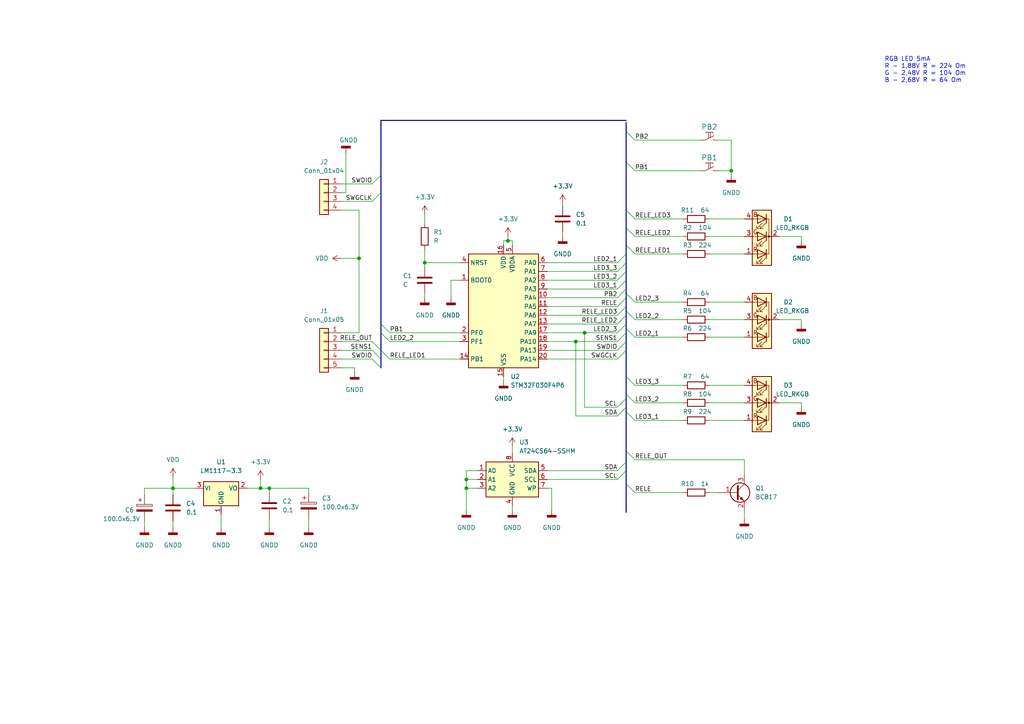
<source format=kicad_sch>
(kicad_sch (version 20211123) (generator eeschema)
  (paper "A4")
  (lib_symbols
    (symbol "Connector_Generic:Conn_01x04" (pin_names (offset 1.016) hide)
      (property "Reference" "J" (at 0 5.08 0))
      (property "Value" "Conn_01x04" (at 0 -7.62 0))
      (symbol "Conn_01x04_1_1"
        (rectangle (start -1.27 -4.953) (end 0 -5.207) (stroke (width 0.1524)))
        (rectangle (start -1.27 -2.413) (end 0 -2.667) (stroke (width 0.1524)))
        (rectangle (start -1.27 0.127) (end 0 -0.127) (stroke (width 0.1524)))
        (rectangle (start -1.27 2.667) (end 0 2.413) (stroke (width 0.1524)))
        (rectangle (start -1.27 3.81) (end 1.27 -6.35) (stroke (width 0.254)) (fill (type background)))
        (pin passive line (at -5.08 2.54 0) (length 3.81) (name "Pin_1") (number "1"))
        (pin passive line (at -5.08 0 0) (length 3.81) (name "Pin_2") (number "2"))
        (pin passive line (at -5.08 -2.54 0) (length 3.81) (name "Pin_3") (number "3"))
        (pin passive line (at -5.08 -5.08 0) (length 3.81) (name "Pin_4") (number "4"))
      )
    )
    (symbol "Connector_Generic:Conn_01x05" (pin_names (offset 1.016) hide)
      (property "Reference" "J" (at 0 7.62 0))
      (property "Value" "Conn_01x05" (at 0 -7.62 0))
      (symbol "Conn_01x05_1_1"
        (rectangle (start -1.27 -4.953) (end 0 -5.207) (stroke (width 0.1524)))
        (rectangle (start -1.27 -2.413) (end 0 -2.667) (stroke (width 0.1524)))
        (rectangle (start -1.27 0.127) (end 0 -0.127) (stroke (width 0.1524)))
        (rectangle (start -1.27 2.667) (end 0 2.413) (stroke (width 0.1524)))
        (rectangle (start -1.27 5.207) (end 0 4.953) (stroke (width 0.1524)))
        (rectangle (start -1.27 6.35) (end 1.27 -6.35) (stroke (width 0.254)) (fill (type background)))
        (pin passive line (at -5.08 5.08 0) (length 3.81) (name "Pin_1") (number "1"))
        (pin passive line (at -5.08 2.54 0) (length 3.81) (name "Pin_2") (number "2"))
        (pin passive line (at -5.08 0 0) (length 3.81) (name "Pin_3") (number "3"))
        (pin passive line (at -5.08 -2.54 0) (length 3.81) (name "Pin_4") (number "4"))
        (pin passive line (at -5.08 -5.08 0) (length 3.81) (name "Pin_5") (number "5"))
      )
    )
    (symbol "Device:C" (pin_numbers hide) (pin_names (offset 0.254))
      (property "Reference" "C" (at 0.635 2.54 0))
      (property "Value" "C" (at 0.635 -2.54 0))
      (symbol "C_0_1"
        (polyline (pts (xy -2.032 -0.762) (xy 2.032 -0.762)) (stroke (width 0.508)))
        (polyline (pts (xy -2.032 0.762) (xy 2.032 0.762)) (stroke (width 0.508)))
      )
      (symbol "C_1_1"
        (pin passive line (at 0 3.81 270) (length 2.794) (name "~") (number "1"))
        (pin passive line (at 0 -3.81 90) (length 2.794) (name "~") (number "2"))
      )
    )
    (symbol "Device:C_Polarized" (pin_numbers hide) (pin_names (offset 0.254))
      (property "Reference" "C" (at 0.635 2.54 0))
      (property "Value" "C_Polarized" (at 0.635 -2.54 0))
      (symbol "C_Polarized_0_1"
        (rectangle (start -2.286 0.508) (end 2.286 1.016))
        (polyline (pts (xy -1.778 2.286) (xy -0.762 2.286)))
        (polyline (pts (xy -1.27 2.794) (xy -1.27 1.778)))
        (rectangle (start 2.286 -0.508) (end -2.286 -1.016) (fill (type outline)))
      )
      (symbol "C_Polarized_1_1"
        (pin passive line (at 0 3.81 270) (length 2.794) (name "~") (number "1"))
        (pin passive line (at 0 -3.81 90) (length 2.794) (name "~") (number "2"))
      )
    )
    (symbol "Device:LED_RKGB" (pin_names (offset 0) hide)
      (property "Reference" "D" (at 0 9.398 0))
      (property "Value" "LED_RKGB" (at 0 -8.89 0))
      (symbol "LED_RKGB_0_0"
        (text "B" (at 1.905 -6.35 0) (effects (font (size 1.27 1.27))))
        (text "G" (at 1.905 -1.27 0) (effects (font (size 1.27 1.27))))
        (text "R" (at 1.905 3.81 0) (effects (font (size 1.27 1.27))))
      )
      (symbol "LED_RKGB_0_1"
        (circle (center -2.032 0) (radius 0.254) (fill (type outline)))
        (polyline (pts (xy -1.27 -5.08) (xy 1.27 -5.08)))
        (polyline (pts (xy -1.27 -3.81) (xy -1.27 -6.35)) (stroke (width 0.254)))
        (polyline (pts (xy -1.27 0) (xy -2.54 0)))
        (polyline (pts (xy -1.27 1.27) (xy -1.27 -1.27)) (stroke (width 0.254)))
        (polyline (pts (xy -1.27 5.08) (xy 1.27 5.08)))
        (polyline (pts (xy -1.27 6.35) (xy -1.27 3.81)) (stroke (width 0.254)))
        (polyline (pts (xy 1.27 -5.08) (xy 2.54 -5.08)))
        (polyline (pts (xy 1.27 0) (xy -1.27 0)))
        (polyline (pts (xy 1.27 0) (xy 2.54 0)))
        (polyline (pts (xy 1.27 5.08) (xy 2.54 5.08)))
        (polyline (pts (xy -1.27 1.27) (xy -1.27 -1.27) (xy -1.27 -1.27)))
        (polyline (pts (xy -1.27 6.35) (xy -1.27 3.81) (xy -1.27 3.81)))
        (polyline (pts (xy -1.27 5.08) (xy -2.032 5.08) (xy -2.032 -5.08) (xy -1.016 -5.08)))
        (polyline (pts (xy 1.27 -3.81) (xy 1.27 -6.35) (xy -1.27 -5.08) (xy 1.27 -3.81)) (stroke (width 0.254)))
        (polyline (pts (xy 1.27 1.27) (xy 1.27 -1.27) (xy -1.27 0) (xy 1.27 1.27)) (stroke (width 0.254)))
        (polyline (pts (xy 1.27 6.35) (xy 1.27 3.81) (xy -1.27 5.08) (xy 1.27 6.35)) (stroke (width 0.254)))
        (polyline (pts (xy -1.016 -3.81) (xy 0.508 -2.286) (xy -0.254 -2.286) (xy 0.508 -2.286) (xy 0.508 -3.048)))
        (polyline (pts (xy -1.016 1.27) (xy 0.508 2.794) (xy -0.254 2.794) (xy 0.508 2.794) (xy 0.508 2.032)))
        (polyline (pts (xy -1.016 6.35) (xy 0.508 7.874) (xy -0.254 7.874) (xy 0.508 7.874) (xy 0.508 7.112)))
        (polyline (pts (xy 0 -3.81) (xy 1.524 -2.286) (xy 0.762 -2.286) (xy 1.524 -2.286) (xy 1.524 -3.048)))
        (polyline (pts (xy 0 1.27) (xy 1.524 2.794) (xy 0.762 2.794) (xy 1.524 2.794) (xy 1.524 2.032)))
        (polyline (pts (xy 0 6.35) (xy 1.524 7.874) (xy 0.762 7.874) (xy 1.524 7.874) (xy 1.524 7.112)))
        (rectangle (start 1.27 -1.27) (end 1.27 1.27))
        (rectangle (start 1.27 1.27) (end 1.27 1.27))
        (rectangle (start 1.27 3.81) (end 1.27 6.35))
        (rectangle (start 1.27 6.35) (end 1.27 6.35))
        (rectangle (start 2.794 8.382) (end -2.794 -7.62) (stroke (width 0.254)) (fill (type background)))
      )
      (symbol "LED_RKGB_1_1"
        (pin passive line (at 5.08 5.08 180) (length 2.54) (name "RA") (number "1"))
        (pin passive line (at -5.08 0 0) (length 2.54) (name "K") (number "2"))
        (pin passive line (at 5.08 0 180) (length 2.54) (name "GA") (number "3"))
        (pin passive line (at 5.08 -5.08 180) (length 2.54) (name "BA") (number "4"))
      )
    )
    (symbol "Device:Q_NPN_BEC" (pin_names (offset 0) hide)
      (property "Reference" "Q" (at 5.08 1.27 0))
      (property "Value" "Q_NPN_BEC" (at 5.08 -1.27 0))
      (symbol "Q_NPN_BEC_0_1"
        (polyline (pts (xy 0.635 0.635) (xy 2.54 2.54)))
        (polyline (pts (xy 0.635 -0.635) (xy 2.54 -2.54) (xy 2.54 -2.54)))
        (polyline (pts (xy 0.635 1.905) (xy 0.635 -1.905) (xy 0.635 -1.905)) (stroke (width 0.508)))
        (polyline (pts (xy 1.27 -1.778) (xy 1.778 -1.27) (xy 2.286 -2.286) (xy 1.27 -1.778) (xy 1.27 -1.778)) (fill (type outline)))
        (circle (center 1.27 0) (radius 2.8194) (stroke (width 0.254)))
      )
      (symbol "Q_NPN_BEC_1_1"
        (pin input line (at -5.08 0 0) (length 5.715) (name "B") (number "1"))
        (pin passive line (at 2.54 -5.08 90) (length 2.54) (name "E") (number "2"))
        (pin passive line (at 2.54 5.08 270) (length 2.54) (name "C") (number "3"))
      )
    )
    (symbol "Device:R" (pin_numbers hide) (pin_names (offset 0))
      (property "Reference" "R" (at 2.032 0 90))
      (property "Value" "R" (at 0 0 90))
      (symbol "R_0_1"
        (rectangle (start -1.016 -2.54) (end 1.016 2.54) (stroke (width 0.254)))
      )
      (symbol "R_1_1"
        (pin passive line (at 0 3.81 270) (length 1.27) (name "~") (number "1"))
        (pin passive line (at 0 -3.81 90) (length 1.27) (name "~") (number "2"))
      )
    )
    (symbol "MCU_ST_STM32F0:STM32F030F4Px"
      (property "Reference" "U" (at -10.16 16.51 0))
      (property "Value" "STM32F030F4Px" (at 5.08 16.51 0))
      (symbol "STM32F030F4Px_0_1"
        (rectangle (start -10.16 -17.78) (end 10.16 15.24) (stroke (width 0.254)) (fill (type background)))
      )
      (symbol "STM32F030F4Px_1_1"
        (pin input line (at -12.7 7.62 0) (length 2.54) (name "BOOT0") (number "1"))
        (pin bidirectional line (at 12.7 2.54 180) (length 2.54) (name "PA4") (number "10"))
        (pin bidirectional line (at 12.7 0 180) (length 2.54) (name "PA5") (number "11"))
        (pin bidirectional line (at 12.7 -2.54 180) (length 2.54) (name "PA6") (number "12"))
        (pin bidirectional line (at 12.7 -5.08 180) (length 2.54) (name "PA7") (number "13"))
        (pin bidirectional line (at -12.7 -15.24 0) (length 2.54) (name "PB1") (number "14"))
        (pin power_in line (at 0 -20.32 90) (length 2.54) (name "VSS") (number "15"))
        (pin power_in line (at 0 17.78 270) (length 2.54) (name "VDD") (number "16"))
        (pin bidirectional line (at 12.7 -7.62 180) (length 2.54) (name "PA9") (number "17"))
        (pin bidirectional line (at 12.7 -10.16 180) (length 2.54) (name "PA10") (number "18"))
        (pin bidirectional line (at 12.7 -12.7 180) (length 2.54) (name "PA13") (number "19"))
        (pin input line (at -12.7 -7.62 0) (length 2.54) (name "PF0") (number "2"))
        (pin bidirectional line (at 12.7 -15.24 180) (length 2.54) (name "PA14") (number "20"))
        (pin input line (at -12.7 -10.16 0) (length 2.54) (name "PF1") (number "3"))
        (pin input line (at -12.7 12.7 0) (length 2.54) (name "NRST") (number "4"))
        (pin power_in line (at 2.54 17.78 270) (length 2.54) (name "VDDA") (number "5"))
        (pin bidirectional line (at 12.7 12.7 180) (length 2.54) (name "PA0") (number "6"))
        (pin bidirectional line (at 12.7 10.16 180) (length 2.54) (name "PA1") (number "7"))
        (pin bidirectional line (at 12.7 7.62 180) (length 2.54) (name "PA2") (number "8"))
        (pin bidirectional line (at 12.7 5.08 180) (length 2.54) (name "PA3") (number "9"))
      )
    )
    (symbol "Memory_EEPROM:AT24CS64-SSHM"
      (property "Reference" "U" (at -7.62 6.35 0))
      (property "Value" "AT24CS64-SSHM" (at 2.54 -6.35 0))
      (symbol "AT24CS64-SSHM_1_1"
        (rectangle (start -7.62 5.08) (end 7.62 -5.08) (stroke (width 0.254)) (fill (type background)))
        (pin input line (at -10.16 2.54 0) (length 2.54) (name "A0") (number "1"))
        (pin input line (at -10.16 0 0) (length 2.54) (name "A1") (number "2"))
        (pin input line (at -10.16 -2.54 0) (length 2.54) (name "A2") (number "3"))
        (pin power_in line (at 0 -7.62 90) (length 2.54) (name "GND") (number "4"))
        (pin bidirectional line (at 10.16 2.54 180) (length 2.54) (name "SDA") (number "5"))
        (pin input line (at 10.16 0 180) (length 2.54) (name "SCL") (number "6"))
        (pin input line (at 10.16 -2.54 180) (length 2.54) (name "WP") (number "7"))
        (pin power_in line (at 0 7.62 270) (length 2.54) (name "VCC") (number "8"))
      )
    )
    (symbol "Regulator_Linear:LM1117-3.3" (pin_names (offset 0.254))
      (property "Reference" "U" (at -3.81 3.175 0))
      (property "Value" "LM1117-3.3" (at 0 3.175 0))
      (symbol "LM1117-3.3_0_1"
        (rectangle (start -5.08 -5.08) (end 5.08 1.905) (stroke (width 0.254)) (fill (type background)))
      )
      (symbol "LM1117-3.3_1_1"
        (pin power_in line (at 0 -7.62 90) (length 2.54) (name "GND") (number "1"))
        (pin power_out line (at 7.62 0 180) (length 2.54) (name "VO") (number "2"))
        (pin power_in line (at -7.62 0 0) (length 2.54) (name "VI") (number "3"))
      )
    )
    (symbol "power:+3.3V" (power) (pin_names (offset 0))
      (property "Value" "+3.3V" (at 0 3.556 0))
      (symbol "+3.3V_0_1"
        (polyline (pts (xy -0.762 1.27) (xy 0 2.54)))
        (polyline (pts (xy 0 0) (xy 0 2.54)))
        (polyline (pts (xy 0 2.54) (xy 0.762 1.27)))
      )
      (symbol "+3.3V_1_1"
        (pin power_in line (at 0 0 90) (length 0) hide (name "+3.3V") (number "1"))
      )
    )
    (symbol "power:GNDD" (power) (pin_names (offset 0))
      (property "Value" "GNDD" (at 0 -3.175 0))
      (symbol "GNDD_0_1"
        (rectangle (start -1.27 -1.524) (end 1.27 -2.032) (stroke (width 0.254)) (fill (type outline)))
        (polyline (pts (xy 0 0) (xy 0 -1.524)))
      )
      (symbol "GNDD_1_1"
        (pin power_in line (at 0 0 270) (length 0) hide (name "GNDD") (number "1"))
      )
    )
    (symbol "power:VDD" (power) (pin_names (offset 0))
      (property "Value" "VDD" (at 0 3.81 0))
      (symbol "VDD_0_1"
        (polyline (pts (xy -0.762 1.27) (xy 0 2.54)))
        (polyline (pts (xy 0 0) (xy 0 2.54)))
        (polyline (pts (xy 0 2.54) (xy 0.762 1.27)))
      )
      (symbol "VDD_1_1"
        (pin power_in line (at 0 0 90) (length 0) hide (name "VDD") (number "1"))
      )
    )
    (symbol "кнопки:кнопка" (pin_numbers hide) (pin_names (offset 1.016) hide)
      (property "Reference" "PB" (at 2.54 3.81 0))
      (property "Value" "кнопка" (at 2.54 -1.27 0))
      (symbol "кнопка_0_1"
        (polyline (pts (xy 1.27 0) (xy 3.81 1.27)))
        (polyline (pts (xy 1.524 2.032) (xy 1.524 2.286)))
        (polyline (pts (xy 1.524 2.286) (xy 3.556 2.286)))
        (polyline (pts (xy 2.286 0.508) (xy 2.286 2.286)))
        (polyline (pts (xy 2.794 0.762) (xy 2.794 2.286)))
        (polyline (pts (xy 3.556 2.032) (xy 3.556 2.286)))
        (polyline (pts (xy 3.81 0) (xy 3.81 0.254)))
      )
      (symbol "кнопка_1_1"
        (pin passive line (at 5.08 0 180) (length 1.27) (name "1") (number "1"))
        (pin passive line (at 0 0 0) (length 1.27) (name "2") (number "2"))
      )
    )
  )
  (junction (at 75.565 141.605))
  (junction (at 50.165 141.605))
  (junction (at 169.545 96.52))
  (junction (at 147.32 69.85))
  (junction (at 123.19 76.2))
  (junction (at 212.09 49.53))
  (junction (at 167.005 99.06))
  (junction (at 135.255 141.605))
  (junction (at 135.255 139.065))
  (junction (at 78.105 141.605))
  (junction (at 104.14 74.93))
  (bus_entry (at 184.15 49.53) (size -2.54 -2.54))
  (bus_entry (at 179.07 118.11) (size 2.54 -2.54))
  (bus_entry (at 184.15 97.79) (size -2.54 -2.54))
  (bus_entry (at 184.15 111.76) (size -2.54 -2.54))
  (bus_entry (at 184.15 63.5) (size -2.54 -2.54))
  (bus_entry (at 179.07 88.9) (size 2.54 -2.54))
  (bus_entry (at 184.15 142.875) (size -2.54 -2.54))
  (bus_entry (at 179.07 96.52) (size 2.54 -2.54))
  (bus_entry (at 107.95 101.6) (size 2.54 2.54))
  (bus_entry (at 184.15 73.66) (size -2.54 -2.54))
  (bus_entry (at 179.07 99.06) (size 2.54 -2.54))
  (bus_entry (at 107.95 99.06) (size 2.54 2.54))
  (bus_entry (at 184.15 121.92) (size -2.54 -2.54))
  (bus_entry (at 107.95 53.34) (size 2.54 -2.54))
  (bus_entry (at 179.07 76.2) (size 2.54 -2.54))
  (bus_entry (at 184.15 87.63) (size -2.54 -2.54))
  (bus_entry (at 107.95 104.14) (size 2.54 2.54))
  (bus_entry (at 179.07 139.065) (size 2.54 -2.54))
  (bus_entry (at 110.49 101.6) (size 2.54 2.54))
  (bus_entry (at 179.07 136.525) (size 2.54 -2.54))
  (bus_entry (at 184.15 116.84) (size -2.54 -2.54))
  (bus_entry (at 179.07 101.6) (size 2.54 -2.54))
  (bus_entry (at 184.15 68.58) (size -2.54 -2.54))
  (bus_entry (at 179.07 86.36) (size 2.54 -2.54))
  (bus_entry (at 107.95 58.42) (size 2.54 -2.54))
  (bus_entry (at 110.49 93.98) (size 2.54 2.54))
  (bus_entry (at 179.07 120.65) (size 2.54 -2.54))
  (bus_entry (at 184.15 133.35) (size -2.54 -2.54))
  (bus_entry (at 179.07 78.74) (size 2.54 -2.54))
  (bus_entry (at 179.07 83.82) (size 2.54 -2.54))
  (bus_entry (at 110.49 96.52) (size 2.54 2.54))
  (bus_entry (at 184.15 92.71) (size -2.54 -2.54))
  (bus_entry (at 184.15 40.64) (size -2.54 -2.54))
  (bus_entry (at 179.07 91.44) (size 2.54 -2.54))
  (bus_entry (at 179.07 104.14) (size 2.54 -2.54))
  (bus_entry (at 179.07 81.28) (size 2.54 -2.54))
  (bus_entry (at 179.07 93.98) (size 2.54 -2.54))
  (wire (pts (xy 104.14 74.93) (xy 104.14 96.52)))
  (bus (pts (xy 181.61 96.52) (xy 181.61 99.06)))
  (bus (pts (xy 181.61 95.25) (xy 181.61 96.52)))
  (wire (pts (xy 148.59 69.85) (xy 148.59 71.12)))
  (wire (pts (xy 212.09 40.64) (xy 212.09 49.53)))
  (bus (pts (xy 181.61 60.96) (xy 181.61 66.04)))
  (bus (pts (xy 181.61 109.22) (xy 181.61 114.3)))
  (wire (pts (xy 184.15 73.66) (xy 198.12 73.66)))
  (wire (pts (xy 158.75 136.525) (xy 179.07 136.525)))
  (bus (pts (xy 110.49 93.98) (xy 110.49 96.52)))
  (wire (pts (xy 198.12 121.92) (xy 184.15 121.92)))
  (wire (pts (xy 198.12 92.71) (xy 184.15 92.71)))
  (wire (pts (xy 148.59 146.685) (xy 148.59 147.955)))
  (wire (pts (xy 123.19 85.09) (xy 123.19 86.36)))
  (wire (pts (xy 130.81 81.28) (xy 133.35 81.28)))
  (wire (pts (xy 169.545 96.52) (xy 169.545 118.11)))
  (wire (pts (xy 99.06 101.6) (xy 107.95 101.6)))
  (wire (pts (xy 64.135 149.225) (xy 64.135 153.035)))
  (wire (pts (xy 169.545 96.52) (xy 179.07 96.52)))
  (bus (pts (xy 181.61 99.06) (xy 181.61 101.6)))
  (wire (pts (xy 50.165 138.43) (xy 50.165 141.605)))
  (wire (pts (xy 135.255 139.065) (xy 135.255 141.605)))
  (bus (pts (xy 181.61 101.6) (xy 181.61 109.22)))
  (wire (pts (xy 158.75 139.065) (xy 179.07 139.065)))
  (bus (pts (xy 181.61 140.335) (xy 181.61 148.59)))
  (wire (pts (xy 75.565 141.605) (xy 75.565 139.065)))
  (wire (pts (xy 205.74 142.875) (xy 208.28 142.875)))
  (wire (pts (xy 99.06 58.42) (xy 107.95 58.42)))
  (bus (pts (xy 181.61 78.74) (xy 181.61 81.28)))
  (wire (pts (xy 89.535 150.495) (xy 89.535 153.035)))
  (bus (pts (xy 181.61 38.1) (xy 181.61 46.99)))
  (wire (pts (xy 215.9 121.92) (xy 205.74 121.92)))
  (wire (pts (xy 212.09 49.53) (xy 212.09 50.8)))
  (wire (pts (xy 123.19 62.23) (xy 123.19 64.77)))
  (bus (pts (xy 181.61 118.11) (xy 181.61 119.38)))
  (wire (pts (xy 99.06 96.52) (xy 104.14 96.52)))
  (wire (pts (xy 113.03 99.06) (xy 133.35 99.06)))
  (wire (pts (xy 158.75 78.74) (xy 179.07 78.74)))
  (wire (pts (xy 232.41 116.84) (xy 232.41 118.11)))
  (bus (pts (xy 181.61 88.9) (xy 181.61 90.17)))
  (bus (pts (xy 181.61 91.44) (xy 181.61 93.98)))
  (wire (pts (xy 113.03 104.14) (xy 133.35 104.14)))
  (wire (pts (xy 160.02 141.605) (xy 160.02 147.955)))
  (wire (pts (xy 158.75 104.14) (xy 179.07 104.14)))
  (bus (pts (xy 181.61 90.17) (xy 181.61 91.44)))
  (bus (pts (xy 181.61 81.28) (xy 181.61 83.82)))
  (wire (pts (xy 102.87 106.68) (xy 102.87 107.95)))
  (wire (pts (xy 198.12 97.79) (xy 184.15 97.79)))
  (wire (pts (xy 205.74 63.5) (xy 215.9 63.5)))
  (wire (pts (xy 78.105 150.495) (xy 78.105 153.035)))
  (bus (pts (xy 181.61 46.99) (xy 181.61 60.96)))
  (wire (pts (xy 104.14 60.96) (xy 104.14 74.93)))
  (wire (pts (xy 41.91 141.605) (xy 50.165 141.605)))
  (wire (pts (xy 99.06 106.68) (xy 102.87 106.68)))
  (wire (pts (xy 146.05 71.12) (xy 146.05 69.85)))
  (wire (pts (xy 226.06 68.58) (xy 232.41 68.58)))
  (wire (pts (xy 215.9 147.955) (xy 215.9 150.495)))
  (wire (pts (xy 123.19 76.2) (xy 123.19 72.39)))
  (wire (pts (xy 158.75 93.98) (xy 179.07 93.98)))
  (wire (pts (xy 89.535 141.605) (xy 89.535 142.875)))
  (wire (pts (xy 99.06 74.93) (xy 104.14 74.93)))
  (wire (pts (xy 163.195 59.055) (xy 163.195 59.69)))
  (wire (pts (xy 146.05 69.85) (xy 147.32 69.85)))
  (wire (pts (xy 226.06 92.71) (xy 232.41 92.71)))
  (wire (pts (xy 167.005 99.06) (xy 167.005 120.65)))
  (wire (pts (xy 169.545 118.11) (xy 179.07 118.11)))
  (wire (pts (xy 113.03 96.52) (xy 133.35 96.52)))
  (wire (pts (xy 158.75 88.9) (xy 179.07 88.9)))
  (bus (pts (xy 181.61 119.38) (xy 181.61 130.81)))
  (wire (pts (xy 135.255 141.605) (xy 135.255 147.955)))
  (wire (pts (xy 205.74 73.66) (xy 215.9 73.66)))
  (wire (pts (xy 167.005 120.65) (xy 179.07 120.65)))
  (bus (pts (xy 181.61 114.3) (xy 181.61 115.57)))
  (bus (pts (xy 110.49 96.52) (xy 110.49 101.6)))
  (bus (pts (xy 181.61 133.985) (xy 181.61 136.525)))
  (bus (pts (xy 110.49 34.925) (xy 110.49 50.8)))
  (bus (pts (xy 110.49 50.8) (xy 110.49 55.88)))
  (wire (pts (xy 147.32 69.85) (xy 148.59 69.85)))
  (wire (pts (xy 99.06 60.96) (xy 104.14 60.96)))
  (wire (pts (xy 205.74 116.84) (xy 215.9 116.84)))
  (wire (pts (xy 158.75 81.28) (xy 179.07 81.28)))
  (bus (pts (xy 181.61 115.57) (xy 181.61 118.11)))
  (bus (pts (xy 181.61 136.525) (xy 181.61 140.335)))
  (bus (pts (xy 181.61 83.82) (xy 181.61 85.09)))
  (wire (pts (xy 130.81 86.36) (xy 130.81 81.28)))
  (wire (pts (xy 163.195 67.31) (xy 163.195 68.58)))
  (wire (pts (xy 146.05 109.22) (xy 146.05 110.49)))
  (bus (pts (xy 181.61 73.66) (xy 181.61 76.2)))
  (wire (pts (xy 215.9 87.63) (xy 205.74 87.63)))
  (wire (pts (xy 41.91 141.605) (xy 41.91 143.51)))
  (wire (pts (xy 184.15 116.84) (xy 198.12 116.84)))
  (wire (pts (xy 158.75 83.82) (xy 179.07 83.82)))
  (wire (pts (xy 147.32 68.58) (xy 147.32 69.85)))
  (wire (pts (xy 158.75 96.52) (xy 169.545 96.52)))
  (wire (pts (xy 215.9 133.35) (xy 215.9 137.795)))
  (wire (pts (xy 215.9 111.76) (xy 205.74 111.76)))
  (bus (pts (xy 181.61 34.925) (xy 110.49 34.925)))
  (wire (pts (xy 184.15 49.53) (xy 203.2 49.53)))
  (wire (pts (xy 50.165 151.13) (xy 50.165 153.035)))
  (wire (pts (xy 232.41 68.58) (xy 232.41 69.85)))
  (bus (pts (xy 181.61 35.56) (xy 181.61 38.1)))
  (bus (pts (xy 181.61 86.36) (xy 181.61 88.9)))
  (wire (pts (xy 135.255 136.525) (xy 135.255 139.065)))
  (wire (pts (xy 100.33 55.88) (xy 100.33 44.45)))
  (wire (pts (xy 198.12 87.63) (xy 184.15 87.63)))
  (wire (pts (xy 78.105 141.605) (xy 78.105 142.875)))
  (wire (pts (xy 198.12 111.76) (xy 184.15 111.76)))
  (wire (pts (xy 158.75 91.44) (xy 179.07 91.44)))
  (bus (pts (xy 181.61 130.81) (xy 181.61 133.985)))
  (bus (pts (xy 181.61 93.98) (xy 181.61 95.25)))
  (wire (pts (xy 198.12 63.5) (xy 184.15 63.5)))
  (wire (pts (xy 41.91 151.13) (xy 41.91 153.035)))
  (bus (pts (xy 110.49 55.88) (xy 110.49 93.98)))
  (wire (pts (xy 208.28 40.64) (xy 212.09 40.64)))
  (wire (pts (xy 184.15 40.64) (xy 203.2 40.64)))
  (wire (pts (xy 158.75 76.2) (xy 179.07 76.2)))
  (wire (pts (xy 167.005 99.06) (xy 179.07 99.06)))
  (wire (pts (xy 208.28 49.53) (xy 212.09 49.53)))
  (wire (pts (xy 198.12 142.875) (xy 184.15 142.875)))
  (wire (pts (xy 99.06 99.06) (xy 107.95 99.06)))
  (bus (pts (xy 110.49 104.14) (xy 110.49 106.68)))
  (bus (pts (xy 181.61 85.09) (xy 181.61 86.36)))
  (wire (pts (xy 99.06 53.34) (xy 107.95 53.34)))
  (wire (pts (xy 123.19 76.2) (xy 123.19 77.47)))
  (wire (pts (xy 78.105 141.605) (xy 89.535 141.605)))
  (bus (pts (xy 110.49 101.6) (xy 110.49 104.14)))
  (bus (pts (xy 181.61 71.12) (xy 181.61 73.66)))
  (wire (pts (xy 135.255 141.605) (xy 138.43 141.605)))
  (wire (pts (xy 158.75 141.605) (xy 160.02 141.605)))
  (bus (pts (xy 181.61 76.2) (xy 181.61 78.74)))
  (wire (pts (xy 158.75 86.36) (xy 179.07 86.36)))
  (wire (pts (xy 232.41 92.71) (xy 232.41 93.98)))
  (wire (pts (xy 226.06 116.84) (xy 232.41 116.84)))
  (wire (pts (xy 205.74 68.58) (xy 215.9 68.58)))
  (wire (pts (xy 99.06 55.88) (xy 100.33 55.88)))
  (bus (pts (xy 181.61 66.04) (xy 181.61 71.12)))
  (wire (pts (xy 135.255 139.065) (xy 138.43 139.065)))
  (wire (pts (xy 75.565 141.605) (xy 78.105 141.605)))
  (wire (pts (xy 158.75 101.6) (xy 179.07 101.6)))
  (wire (pts (xy 215.9 92.71) (xy 205.74 92.71)))
  (wire (pts (xy 148.59 129.54) (xy 148.59 131.445)))
  (wire (pts (xy 184.15 68.58) (xy 198.12 68.58)))
  (wire (pts (xy 99.06 104.14) (xy 107.95 104.14)))
  (wire (pts (xy 133.35 76.2) (xy 123.19 76.2)))
  (wire (pts (xy 158.75 99.06) (xy 167.005 99.06)))
  (wire (pts (xy 50.165 141.605) (xy 50.165 143.51)))
  (wire (pts (xy 215.9 97.79) (xy 205.74 97.79)))
  (wire (pts (xy 184.15 133.35) (xy 215.9 133.35)))
  (wire (pts (xy 50.165 141.605) (xy 56.515 141.605)))
  (wire (pts (xy 138.43 136.525) (xy 135.255 136.525)))
  (wire (pts (xy 71.755 141.605) (xy 75.565 141.605)))
  (text "RGB LED 5mA\nR - 1,88V R = 224 Om\nG - 2,48V R = 104 Om\nB - 2,68V R = 64 Om" (at 256.54 24.13 0) (effects (font (size 1.27 1.27)) (justify left bottom)))
  (label "LED2_1" (at 184.15 97.79 0))
  (label "LED3_2" (at 184.15 116.84 0))
  (label "RELE_OUT" (at 107.95 99.06 180))
  (label "SDA" (at 179.07 136.525 180))
  (label "PB1" (at 113.03 96.52 0))
  (label "LED2_1" (at 179.07 76.2 180))
  (label "LED3_1" (at 179.07 83.82 180))
  (label "RELE_LED2" (at 184.15 68.58 0))
  (label "LED3_3" (at 179.07 78.74 180))
  (label "PB2" (at 179.07 86.36 180))
  (label "LED2_3" (at 184.15 87.63 0))
  (label "SENS1" (at 107.95 101.6 180))
  (label "LED2_2" (at 113.03 99.06 0))
  (label "PB1" (at 184.15 49.53 0))
  (label "RELE" (at 184.15 142.875 0))
  (label "LED3_1" (at 184.15 121.92 0))
  (label "LED3_2" (at 179.07 81.28 180))
  (label "LED2_2" (at 184.15 92.71 0))
  (label "LED3_3" (at 184.15 111.76 0))
  (label "RELE" (at 179.07 88.9 180))
  (label "RELE_LED2" (at 179.07 93.98 180))
  (label "SDA" (at 179.07 120.65 180))
  (label "SWDIO" (at 179.07 101.6 180))
  (label "SWGCLK" (at 179.07 104.14 180))
  (label "RELE_LED1" (at 113.03 104.14 0))
  (label "SCL" (at 179.07 118.11 180))
  (label "RELE_LED1" (at 184.15 73.66 0))
  (label "RELE_LED3" (at 179.07 91.44 180))
  (label "SWDIO" (at 107.95 53.34 180))
  (label "LED2_3" (at 179.07 96.52 180))
  (label "SCL" (at 179.07 139.065 180))
  (label "RELE_OUT" (at 184.15 133.35 0))
  (label "SWDIO" (at 107.95 104.14 180))
  (label "PB2" (at 184.15 40.64 0))
  (label "RELE_LED3" (at 184.15 63.5 0))
  (label "SENS1" (at 179.07 99.06 180))
  (label "SWGCLK" (at 107.95 58.42 180))
  (symbol (lib_id "Device:R") (at 123.19 68.58 0) (unit 1)
    (property "Reference" "R1" (at 125.73 67.3099 0) (effects (justify left)))
    (property "Value" "R" (at 125.73 69.8499 0) (effects (justify left)))
    (property "Footprint" "Resistor_SMD:R_1206_3216Metric" (effects hide))
  )
  (symbol (lib_id "Connector_Generic:Conn_01x05") (at 93.98 101.6 0) (mirror y) (unit 1)
    (property "Reference" "J1" (at 93.98 90.17 0))
    (property "Value" "Conn_01x05" (at 93.98 92.71 0))
    (property "Footprint" "Connector_JST:JST_EH_B5B-EH-A_1x05_P2.50mm_Vertical" (effects hide))
  )
  (symbol (lib_id "Connector_Generic:Conn_01x04") (at 93.98 55.88 0) (mirror y) (unit 1)
    (property "Reference" "J2" (at 93.98 46.99 0))
    (property "Value" "Conn_01x04" (at 93.98 49.53 0))
    (property "Footprint" "Connector_JST:JST_EH_B4B-EH-A_1x04_P2.50mm_Vertical" (effects hide))
  )
  (symbol (lib_id "Device:LED_RKGB") (at 220.98 116.84 180) (unit 1)
    (property "Reference" "D3" (at 228.6 111.76 0))
    (property "Value" "LED_RKGB" (at 229.87 114.3 0))
    (property "Footprint" "LED_THT:LED_D5.0mm-4_RGB_Staggered_Pins" (effects hide))
  )
  (symbol (lib_id "power:GNDD") (at 64.135 153.035 0) (unit 1)
    (property "Reference" "#PWR0106" (effects hide))
    (property "Value" "GNDD" (at 64.135 158.115 0))
  )
  (symbol (lib_id "Device:C") (at 163.195 63.5 0) (unit 1)
    (property "Reference" "C5" (at 167.005 62.2299 0) (effects (justify left)))
    (property "Value" "0.1" (at 167.005 64.7699 0) (effects (justify left)))
    (property "Footprint" "Capacitor_SMD:C_1206_3216Metric" (effects hide))
  )
  (symbol (lib_id "power:VDD") (at 99.06 74.93 90) (unit 1)
    (property "Reference" "#PWR06" (effects hide))
    (property "Value" "VDD" (at 91.44 74.93 90) (effects (justify right)))
  )
  (symbol (lib_id "Regulator_Linear:LM1117-3.3") (at 64.135 141.605 0) (unit 1)
    (property "Reference" "U1" (at 64.135 133.985 0))
    (property "Value" "LM1117-3.3" (at 64.135 136.525 0))
    (property "Footprint" "Package_TO_SOT_SMD:SOT-223" (effects hide))
    (property "Datasheet" "https://www.chipdip.ru/product/lm1117gs-3.3" (effects hide))
    (property "Цена" "21" (effects hide))
  )
  (symbol (lib_id "power:GNDD") (at 232.41 93.98 0) (unit 1)
    (property "Reference" "#PWR08" (effects hide))
    (property "Value" "GNDD" (at 232.41 99.06 0))
  )
  (symbol (lib_id "power:GNDD") (at 41.91 153.035 0) (unit 1)
    (property "Reference" "#PWR013" (effects hide))
    (property "Value" "GNDD" (at 41.91 158.115 0))
  )
  (symbol (lib_id "Device:C") (at 78.105 146.685 0) (unit 1)
    (property "Reference" "C2" (at 81.915 145.4149 0) (effects (justify left)))
    (property "Value" "0.1" (at 81.915 147.9549 0) (effects (justify left)))
    (property "Footprint" "Capacitor_SMD:C_1206_3216Metric" (effects hide))
  )
  (symbol (lib_id "Device:R") (at 201.93 121.92 90) (unit 1)
    (property "Reference" "R9" (at 199.39 119.38 90))
    (property "Value" "224" (at 204.47 119.38 90))
    (property "Footprint" "Resistor_SMD:R_1206_3216Metric" (effects hide))
  )
  (symbol (lib_id "power:+3.3V") (at 163.195 59.055 0) (unit 1)
    (property "Reference" "#PWR011" (effects hide))
    (property "Value" "+3.3V" (at 163.195 53.975 0))
  )
  (symbol (lib_id "Device:LED_RKGB") (at 220.98 68.58 180) (unit 1)
    (property "Reference" "D1" (at 228.6 63.5 0))
    (property "Value" "LED_RKGB" (at 229.87 66.04 0))
    (property "Footprint" "LED_THT:LED_D5.0mm-4_RGB_Staggered_Pins" (effects hide))
  )
  (symbol (lib_id "Device:R") (at 201.93 92.71 90) (unit 1)
    (property "Reference" "R5" (at 199.39 90.17 90))
    (property "Value" "104" (at 204.47 90.17 90))
    (property "Footprint" "Resistor_SMD:R_1206_3216Metric" (effects hide))
  )
  (symbol (lib_id "Device:C_Polarized") (at 89.535 146.685 0) (unit 1)
    (property "Reference" "C3" (at 93.345 144.5259 0) (effects (justify left)))
    (property "Value" "100.0x6.3V" (at 93.345 147.0659 0) (effects (justify left)))
    (property "Footprint" "Capacitor_Tantalum_SMD:CP_EIA-3528-21_Kemet-B_Pad1.50x2.35mm_HandSolder" (effects hide))
  )
  (symbol (lib_id "Device:R") (at 201.93 97.79 90) (unit 1)
    (property "Reference" "R6" (at 199.39 95.25 90))
    (property "Value" "224" (at 204.47 95.25 90))
    (property "Footprint" "Resistor_SMD:R_1206_3216Metric" (effects hide))
  )
  (symbol (lib_id "Device:R") (at 201.93 111.76 90) (unit 1)
    (property "Reference" "R7" (at 199.39 109.22 90))
    (property "Value" "64" (at 204.47 109.22 90))
    (property "Footprint" "Resistor_SMD:R_1206_3216Metric" (effects hide))
  )
  (symbol (lib_id "Device:R") (at 201.93 68.58 90) (unit 1)
    (property "Reference" "R2" (at 199.39 66.04 90))
    (property "Value" "104" (at 204.47 66.04 90))
    (property "Footprint" "Resistor_SMD:R_1206_3216Metric" (effects hide))
  )
  (symbol (lib_id "power:+3.3V") (at 75.565 139.065 0) (unit 1)
    (property "Reference" "#PWR0107" (effects hide))
    (property "Value" "+3.3V" (at 75.565 133.985 0))
  )
  (symbol (lib_id "power:GNDD") (at 100.33 44.45 180) (unit 1)
    (property "Reference" "#PWR03" (effects hide))
    (property "Value" "GNDD" (at 98.425 40.64 0) (effects (justify right)))
  )
  (symbol (lib_id "Device:R") (at 201.93 142.875 90) (unit 1)
    (property "Reference" "R10" (at 199.39 140.335 90))
    (property "Value" "1k" (at 204.47 140.335 90))
    (property "Footprint" "Resistor_SMD:R_1206_3216Metric" (effects hide))
  )
  (symbol (lib_id "power:GNDD") (at 89.535 153.035 0) (unit 1)
    (property "Reference" "#PWR05" (effects hide))
    (property "Value" "GNDD" (at 89.535 158.115 0))
  )
  (symbol (lib_id "power:GNDD") (at 102.87 107.95 0) (mirror y) (unit 1)
    (property "Reference" "#PWR01" (effects hide))
    (property "Value" "GNDD" (at 102.87 113.03 0))
  )
  (symbol (lib_id "power:GNDD") (at 215.9 150.495 0) (unit 1)
    (property "Reference" "#PWR0109" (effects hide))
    (property "Value" "GNDD" (at 215.9 155.575 0))
  )
  (symbol (lib_id "Device:C") (at 50.165 147.32 0) (unit 1)
    (property "Reference" "C4" (at 53.975 146.0499 0) (effects (justify left)))
    (property "Value" "0.1" (at 53.975 148.5899 0) (effects (justify left)))
    (property "Footprint" "Capacitor_SMD:C_1206_3216Metric" (effects hide))
  )
  (symbol (lib_id "power:+3.3V") (at 148.59 129.54 0) (unit 1)
    (property "Reference" "#PWR015" (effects hide))
    (property "Value" "+3.3V" (at 148.59 124.46 0))
  )
  (symbol (lib_id "MCU_ST_STM32F0:STM32F030F4Px") (at 146.05 88.9 0) (unit 1)
    (property "Reference" "U2" (at 148.0694 109.22 0) (effects (justify left)))
    (property "Value" "STM32F030F4P6" (at 148.0694 111.76 0) (effects (justify left)))
    (property "Footprint" "Package_SO:TSSOP-20_4.4x6.5mm_P0.65mm" (effects hide))
    (property "Datasheet" "https://www.chipdip.ru/product/stm32f030f4p6tr-2?from=suggest_product" (effects hide))
    (property "Цена" "100" (effects hide))
  )
  (symbol (lib_id "power:+3.3V") (at 123.19 62.23 0) (unit 1)
    (property "Reference" "#PWR0105" (effects hide))
    (property "Value" "+3.3V" (at 123.19 57.15 0))
  )
  (symbol (lib_id "power:+3.3V") (at 147.32 68.58 0) (unit 1)
    (property "Reference" "#PWR0101" (effects hide))
    (property "Value" "+3.3V" (at 147.32 63.5 0))
  )
  (symbol (lib_id "Device:R") (at 201.93 63.5 90) (unit 1)
    (property "Reference" "R11" (at 199.39 60.96 90))
    (property "Value" "64" (at 204.47 60.96 90))
    (property "Footprint" "Resistor_SMD:R_1206_3216Metric" (effects hide))
  )
  (symbol (lib_id "power:GNDD") (at 146.05 110.49 0) (unit 1)
    (property "Reference" "#PWR0102" (effects hide))
    (property "Value" "GNDD" (at 146.05 115.57 0))
  )
  (symbol (lib_id "power:GNDD") (at 123.19 86.36 0) (unit 1)
    (property "Reference" "#PWR0104" (effects hide))
    (property "Value" "GNDD" (at 123.19 91.44 0))
  )
  (symbol (lib_id "power:GNDD") (at 163.195 68.58 0) (unit 1)
    (property "Reference" "#PWR012" (effects hide))
    (property "Value" "GNDD" (at 163.195 73.66 0))
  )
  (symbol (lib_id "Device:Q_NPN_BEC") (at 213.36 142.875 0) (unit 1)
    (property "Reference" "Q1" (at 219.075 141.6049 0) (effects (justify left)))
    (property "Value" "BC817" (at 219.075 144.1449 0) (effects (justify left)))
    (property "Footprint" "Package_TO_SOT_SMD:SOT-23" (effects hide))
    (property "Datasheet" "https://www.chipdip.ru/product/bc817-16-hottech" (effects hide))
    (property "Цена" "4" (effects hide))
  )
  (symbol (lib_id "power:GNDD") (at 50.165 153.035 0) (unit 1)
    (property "Reference" "#PWR010" (effects hide))
    (property "Value" "GNDD" (at 50.165 158.115 0))
  )
  (symbol (lib_id "Device:C_Polarized") (at 41.91 147.32 0) (unit 1)
    (property "Reference" "C6" (at 36.195 147.955 0) (effects (justify left)))
    (property "Value" "100.0x6.3V" (at 29.845 150.495 0) (effects (justify left)))
    (property "Footprint" "Capacitor_Tantalum_SMD:CP_EIA-3528-21_Kemet-B_Pad1.50x2.35mm_HandSolder" (effects hide))
  )
  (symbol (lib_id "Device:R") (at 201.93 87.63 90) (unit 1)
    (property "Reference" "R4" (at 199.39 85.09 90))
    (property "Value" "64" (at 204.47 85.09 90))
    (property "Footprint" "Resistor_SMD:R_1206_3216Metric" (effects hide))
  )
  (symbol (lib_id "кнопки:кнопка") (at 203.2 49.53 0) (unit 1)
    (property "Reference" "PB1" (at 205.74 45.72 0) (effects (font (size 1.524 1.524))))
    (property "Value" "кнопка" (effects hide))
    (property "Footprint" "Button_Switch_THT:SW_PUSH_6mm" (effects hide))
  )
  (symbol (lib_id "power:GNDD") (at 232.41 118.11 0) (unit 1)
    (property "Reference" "#PWR09" (effects hide))
    (property "Value" "GNDD" (at 232.41 123.19 0))
  )
  (symbol (lib_id "power:GNDD") (at 160.02 147.955 0) (unit 1)
    (property "Reference" "#PWR017" (effects hide))
    (property "Value" "GNDD" (at 160.02 153.035 0))
  )
  (symbol (lib_id "Device:LED_RKGB") (at 220.98 92.71 180) (unit 1)
    (property "Reference" "D2" (at 228.6 87.63 0))
    (property "Value" "LED_RKGB" (at 229.87 90.17 0))
    (property "Footprint" "LED_THT:LED_D5.0mm-4_RGB_Staggered_Pins" (effects hide))
  )
  (symbol (lib_id "Device:R") (at 201.93 73.66 90) (unit 1)
    (property "Reference" "R3" (at 199.39 71.12 90))
    (property "Value" "224" (at 204.47 71.12 90))
    (property "Footprint" "Resistor_SMD:R_1206_3216Metric" (effects hide))
  )
  (symbol (lib_id "Device:R") (at 201.93 116.84 90) (unit 1)
    (property "Reference" "R8" (at 199.39 114.3 90))
    (property "Value" "104" (at 204.47 114.3 90))
    (property "Footprint" "Resistor_SMD:R_1206_3216Metric" (effects hide))
  )
  (symbol (lib_id "power:GNDD") (at 78.105 153.035 0) (unit 1)
    (property "Reference" "#PWR04" (effects hide))
    (property "Value" "GNDD" (at 78.105 158.115 0))
  )
  (symbol (lib_id "power:GNDD") (at 212.09 50.8 0) (unit 1)
    (property "Reference" "#PWR0108" (effects hide))
    (property "Value" "GNDD" (at 212.09 55.88 0))
  )
  (symbol (lib_id "power:GNDD") (at 135.255 147.955 0) (unit 1)
    (property "Reference" "#PWR014" (effects hide))
    (property "Value" "GNDD" (at 135.255 153.035 0))
  )
  (symbol (lib_id "power:GNDD") (at 232.41 69.85 0) (unit 1)
    (property "Reference" "#PWR07" (effects hide))
    (property "Value" "GNDD" (at 232.41 74.93 0))
  )
  (symbol (lib_id "Memory_EEPROM:AT24CS64-SSHM") (at 148.59 139.065 0) (unit 1)
    (property "Reference" "U3" (at 150.6094 128.27 0) (effects (justify left)))
    (property "Value" "AT24CS64-SSHM" (at 150.6094 130.81 0) (effects (justify left)))
    (property "Footprint" "Package_SO:SO-8_5.3x6.2mm_P1.27mm" (effects hide))
    (property "Datasheet" "https://www.chipdip.ru/product/at24c64d-sshm-t-2?from=suggest_product" (effects hide))
    (property "Цена" "54" (effects hide))
  )
  (symbol (lib_id "кнопки:кнопка") (at 203.2 40.64 0) (unit 1)
    (property "Reference" "PB2" (at 205.74 36.83 0) (effects (font (size 1.524 1.524))))
    (property "Value" "кнопка" (effects hide))
    (property "Footprint" "Button_Switch_THT:SW_PUSH_6mm" (effects hide))
  )
  (symbol (lib_id "Device:C") (at 123.19 81.28 180) (unit 1)
    (property "Reference" "C1" (at 116.84 80.01 0) (effects (justify right)))
    (property "Value" "C" (at 116.84 82.55 0) (effects (justify right)))
    (property "Footprint" "Capacitor_SMD:C_1206_3216Metric" (effects hide))
  )
  (symbol (lib_id "power:GNDD") (at 148.59 147.955 0) (unit 1)
    (property "Reference" "#PWR016" (effects hide))
    (property "Value" "GNDD" (at 148.59 153.035 0))
  )
  (symbol (lib_id "power:GNDD") (at 130.81 86.36 0) (unit 1)
    (property "Reference" "#PWR0103" (effects hide))
    (property "Value" "GNDD" (at 130.81 91.44 0))
  )
  (symbol (lib_id "power:VDD") (at 50.165 138.43 0) (unit 1)
    (property "Reference" "#PWR02" (effects hide))
    (property "Value" "VDD" (at 50.165 133.35 0))
  )
)
</source>
